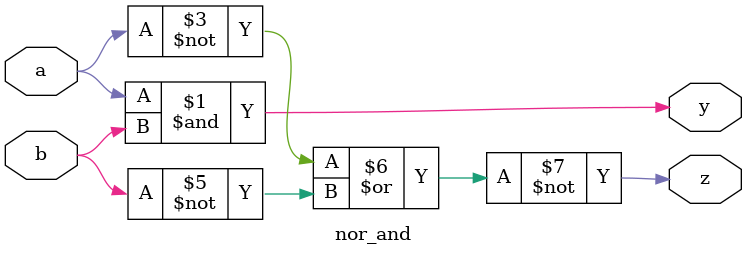
<source format=v>
module nor_and(a,b,y,z);
input a,b;
output y,z;

assign y=a&b;
assign z=(a~|a)~|(b~|b);

initial
begin
	$display("This OR using NOR");
end
endmodule
</source>
